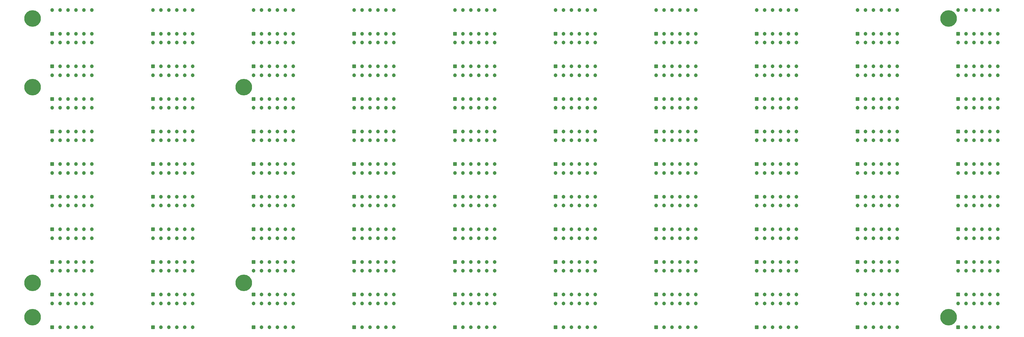
<source format=gbr>
%TF.GenerationSoftware,KiCad,Pcbnew,9.0.3*%
%TF.CreationDate,2025-08-19T04:26:06+03:00*%
%TF.ProjectId,wtf_clock,7774665f-636c-46f6-936b-2e6b69636164,rev?*%
%TF.SameCoordinates,Original*%
%TF.FileFunction,Soldermask,Top*%
%TF.FilePolarity,Negative*%
%FSLAX46Y46*%
G04 Gerber Fmt 4.6, Leading zero omitted, Abs format (unit mm)*
G04 Created by KiCad (PCBNEW 9.0.3) date 2025-08-19 04:26:06*
%MOMM*%
%LPD*%
G01*
G04 APERTURE LIST*
G04 Aperture macros list*
%AMRoundRect*
0 Rectangle with rounded corners*
0 $1 Rounding radius*
0 $2 $3 $4 $5 $6 $7 $8 $9 X,Y pos of 4 corners*
0 Add a 4 corners polygon primitive as box body*
4,1,4,$2,$3,$4,$5,$6,$7,$8,$9,$2,$3,0*
0 Add four circle primitives for the rounded corners*
1,1,$1+$1,$2,$3*
1,1,$1+$1,$4,$5*
1,1,$1+$1,$6,$7*
1,1,$1+$1,$8,$9*
0 Add four rect primitives between the rounded corners*
20,1,$1+$1,$2,$3,$4,$5,0*
20,1,$1+$1,$4,$5,$6,$7,0*
20,1,$1+$1,$6,$7,$8,$9,0*
20,1,$1+$1,$8,$9,$2,$3,0*%
G04 Aperture macros list end*
%ADD10RoundRect,0.250000X-0.350000X-0.350000X0.350000X-0.350000X0.350000X0.350000X-0.350000X0.350000X0*%
%ADD11C,1.200000*%
%ADD12C,5.300000*%
G04 APERTURE END LIST*
D10*
%TO.C,HL12*%
X267350000Y-114010000D03*
D11*
X269890000Y-114010000D03*
X272430000Y-114010000D03*
X274970000Y-114010000D03*
X277510000Y-114010000D03*
X280050000Y-114010000D03*
X280050000Y-106390000D03*
X277510000Y-106390000D03*
X274970000Y-106390000D03*
X272430000Y-106390000D03*
X269890000Y-106390000D03*
X267350000Y-106390000D03*
%TD*%
D10*
%TO.C,HL89*%
X235150000Y-187160000D03*
D11*
X237690000Y-187160000D03*
X240230000Y-187160000D03*
X242770000Y-187160000D03*
X245310000Y-187160000D03*
X247850000Y-187160000D03*
X247850000Y-179540000D03*
X245310000Y-179540000D03*
X242770000Y-179540000D03*
X240230000Y-179540000D03*
X237690000Y-179540000D03*
X235150000Y-179540000D03*
%TD*%
D10*
%TO.C,HL5*%
X170750000Y-103560000D03*
D11*
X173290000Y-103560000D03*
X175830000Y-103560000D03*
X178370000Y-103560000D03*
X180910000Y-103560000D03*
X183450000Y-103560000D03*
X183450000Y-95940000D03*
X180910000Y-95940000D03*
X178370000Y-95940000D03*
X175830000Y-95940000D03*
X173290000Y-95940000D03*
X170750000Y-95940000D03*
%TD*%
D10*
%TO.C,HL62*%
X396150000Y-176710000D03*
D11*
X398690000Y-176710000D03*
X401230000Y-176710000D03*
X403770000Y-176710000D03*
X406310000Y-176710000D03*
X408850000Y-176710000D03*
X408850000Y-169090000D03*
X406310000Y-169090000D03*
X403770000Y-169090000D03*
X401230000Y-169090000D03*
X398690000Y-169090000D03*
X396150000Y-169090000D03*
%TD*%
D10*
%TO.C,HL14*%
X299550000Y-114010000D03*
D11*
X302090000Y-114010000D03*
X304630000Y-114010000D03*
X307170000Y-114010000D03*
X309710000Y-114010000D03*
X312250000Y-114010000D03*
X312250000Y-106390000D03*
X309710000Y-106390000D03*
X307170000Y-106390000D03*
X304630000Y-106390000D03*
X302090000Y-106390000D03*
X299550000Y-106390000D03*
%TD*%
D10*
%TO.C,HL49*%
X235150000Y-145360000D03*
D11*
X237690000Y-145360000D03*
X240230000Y-145360000D03*
X242770000Y-145360000D03*
X245310000Y-145360000D03*
X247850000Y-145360000D03*
X247850000Y-137740000D03*
X245310000Y-137740000D03*
X242770000Y-137740000D03*
X240230000Y-137740000D03*
X237690000Y-137740000D03*
X235150000Y-137740000D03*
%TD*%
D10*
%TO.C,HL93*%
X299550000Y-187160000D03*
D11*
X302090000Y-187160000D03*
X304630000Y-187160000D03*
X307170000Y-187160000D03*
X309710000Y-187160000D03*
X312250000Y-187160000D03*
X312250000Y-179540000D03*
X309710000Y-179540000D03*
X307170000Y-179540000D03*
X304630000Y-179540000D03*
X302090000Y-179540000D03*
X299550000Y-179540000D03*
%TD*%
D10*
%TO.C,HL26*%
X331750000Y-134910000D03*
D11*
X334290000Y-134910000D03*
X336830000Y-134910000D03*
X339370000Y-134910000D03*
X341910000Y-134910000D03*
X344450000Y-134910000D03*
X344450000Y-127290000D03*
X341910000Y-127290000D03*
X339370000Y-127290000D03*
X336830000Y-127290000D03*
X334290000Y-127290000D03*
X331750000Y-127290000D03*
%TD*%
D10*
%TO.C,HL90*%
X235150000Y-197610000D03*
D11*
X237690000Y-197610000D03*
X240230000Y-197610000D03*
X242770000Y-197610000D03*
X245310000Y-197610000D03*
X247850000Y-197610000D03*
X247850000Y-189990000D03*
X245310000Y-189990000D03*
X242770000Y-189990000D03*
X240230000Y-189990000D03*
X237690000Y-189990000D03*
X235150000Y-189990000D03*
%TD*%
D10*
%TO.C,HL97*%
X363950000Y-187160000D03*
D11*
X366490000Y-187160000D03*
X369030000Y-187160000D03*
X371570000Y-187160000D03*
X374110000Y-187160000D03*
X376650000Y-187160000D03*
X376650000Y-179540000D03*
X374110000Y-179540000D03*
X371570000Y-179540000D03*
X369030000Y-179540000D03*
X366490000Y-179540000D03*
X363950000Y-179540000D03*
%TD*%
D10*
%TO.C,HL81*%
X106350000Y-187160000D03*
D11*
X108890000Y-187160000D03*
X111430000Y-187160000D03*
X113970000Y-187160000D03*
X116510000Y-187160000D03*
X119050000Y-187160000D03*
X119050000Y-179540000D03*
X116510000Y-179540000D03*
X113970000Y-179540000D03*
X111430000Y-179540000D03*
X108890000Y-179540000D03*
X106350000Y-179540000D03*
%TD*%
D10*
%TO.C,HL82*%
X106350000Y-197610000D03*
D11*
X108890000Y-197610000D03*
X111430000Y-197610000D03*
X113970000Y-197610000D03*
X116510000Y-197610000D03*
X119050000Y-197610000D03*
X119050000Y-189990000D03*
X116510000Y-189990000D03*
X113970000Y-189990000D03*
X111430000Y-189990000D03*
X108890000Y-189990000D03*
X106350000Y-189990000D03*
%TD*%
D10*
%TO.C,HL6*%
X170750000Y-114010000D03*
D11*
X173290000Y-114010000D03*
X175830000Y-114010000D03*
X178370000Y-114010000D03*
X180910000Y-114010000D03*
X183450000Y-114010000D03*
X183450000Y-106390000D03*
X180910000Y-106390000D03*
X178370000Y-106390000D03*
X175830000Y-106390000D03*
X173290000Y-106390000D03*
X170750000Y-106390000D03*
%TD*%
D10*
%TO.C,HL73*%
X202950000Y-166260000D03*
D11*
X205490000Y-166260000D03*
X208030000Y-166260000D03*
X210570000Y-166260000D03*
X213110000Y-166260000D03*
X215650000Y-166260000D03*
X215650000Y-158640000D03*
X213110000Y-158640000D03*
X210570000Y-158640000D03*
X208030000Y-158640000D03*
X205490000Y-158640000D03*
X202950000Y-158640000D03*
%TD*%
D10*
%TO.C,HL48*%
X202950000Y-155810000D03*
D11*
X205490000Y-155810000D03*
X208030000Y-155810000D03*
X210570000Y-155810000D03*
X213110000Y-155810000D03*
X215650000Y-155810000D03*
X215650000Y-148190000D03*
X213110000Y-148190000D03*
X210570000Y-148190000D03*
X208030000Y-148190000D03*
X205490000Y-148190000D03*
X202950000Y-148190000D03*
%TD*%
D10*
%TO.C,HL96*%
X331750000Y-197610000D03*
D11*
X334290000Y-197610000D03*
X336830000Y-197610000D03*
X339370000Y-197610000D03*
X341910000Y-197610000D03*
X344450000Y-197610000D03*
X344450000Y-189990000D03*
X341910000Y-189990000D03*
X339370000Y-189990000D03*
X336830000Y-189990000D03*
X334290000Y-189990000D03*
X331750000Y-189990000D03*
%TD*%
D10*
%TO.C,HL65*%
X331750000Y-166260000D03*
D11*
X334290000Y-166260000D03*
X336830000Y-166260000D03*
X339370000Y-166260000D03*
X341910000Y-166260000D03*
X344450000Y-166260000D03*
X344450000Y-158640000D03*
X341910000Y-158640000D03*
X339370000Y-158640000D03*
X336830000Y-158640000D03*
X334290000Y-158640000D03*
X331750000Y-158640000D03*
%TD*%
D10*
%TO.C,HL76*%
X170750000Y-176710000D03*
D11*
X173290000Y-176710000D03*
X175830000Y-176710000D03*
X178370000Y-176710000D03*
X180910000Y-176710000D03*
X183450000Y-176710000D03*
X183450000Y-169090000D03*
X180910000Y-169090000D03*
X178370000Y-169090000D03*
X175830000Y-169090000D03*
X173290000Y-169090000D03*
X170750000Y-169090000D03*
%TD*%
D10*
%TO.C,HL10*%
X235150000Y-114010000D03*
D11*
X237690000Y-114010000D03*
X240230000Y-114010000D03*
X242770000Y-114010000D03*
X245310000Y-114010000D03*
X247850000Y-114010000D03*
X247850000Y-106390000D03*
X245310000Y-106390000D03*
X242770000Y-106390000D03*
X240230000Y-106390000D03*
X237690000Y-106390000D03*
X235150000Y-106390000D03*
%TD*%
D10*
%TO.C,HL35*%
X170750000Y-124460000D03*
D11*
X173290000Y-124460000D03*
X175830000Y-124460000D03*
X178370000Y-124460000D03*
X180910000Y-124460000D03*
X183450000Y-124460000D03*
X183450000Y-116840000D03*
X180910000Y-116840000D03*
X178370000Y-116840000D03*
X175830000Y-116840000D03*
X173290000Y-116840000D03*
X170750000Y-116840000D03*
%TD*%
D10*
%TO.C,HL75*%
X170750000Y-166260000D03*
D11*
X173290000Y-166260000D03*
X175830000Y-166260000D03*
X178370000Y-166260000D03*
X180910000Y-166260000D03*
X183450000Y-166260000D03*
X183450000Y-158640000D03*
X180910000Y-158640000D03*
X178370000Y-158640000D03*
X175830000Y-158640000D03*
X173290000Y-158640000D03*
X170750000Y-158640000D03*
%TD*%
D10*
%TO.C,HL39*%
X106350000Y-124460000D03*
D11*
X108890000Y-124460000D03*
X111430000Y-124460000D03*
X113970000Y-124460000D03*
X116510000Y-124460000D03*
X119050000Y-124460000D03*
X119050000Y-116840000D03*
X116510000Y-116840000D03*
X113970000Y-116840000D03*
X111430000Y-116840000D03*
X108890000Y-116840000D03*
X106350000Y-116840000D03*
%TD*%
D12*
%TO.C,M7*%
X100100000Y-98650000D03*
%TD*%
D10*
%TO.C,HL69*%
X267350000Y-166260000D03*
D11*
X269890000Y-166260000D03*
X272430000Y-166260000D03*
X274970000Y-166260000D03*
X277510000Y-166260000D03*
X280050000Y-166260000D03*
X280050000Y-158640000D03*
X277510000Y-158640000D03*
X274970000Y-158640000D03*
X272430000Y-158640000D03*
X269890000Y-158640000D03*
X267350000Y-158640000D03*
%TD*%
D10*
%TO.C,HL23*%
X363950000Y-124460000D03*
D11*
X366490000Y-124460000D03*
X369030000Y-124460000D03*
X371570000Y-124460000D03*
X374110000Y-124460000D03*
X376650000Y-124460000D03*
X376650000Y-116840000D03*
X374110000Y-116840000D03*
X371570000Y-116840000D03*
X369030000Y-116840000D03*
X366490000Y-116840000D03*
X363950000Y-116840000D03*
%TD*%
D10*
%TO.C,HL99*%
X396150000Y-187160000D03*
D11*
X398690000Y-187160000D03*
X401230000Y-187160000D03*
X403770000Y-187160000D03*
X406310000Y-187160000D03*
X408850000Y-187160000D03*
X408850000Y-179540000D03*
X406310000Y-179540000D03*
X403770000Y-179540000D03*
X401230000Y-179540000D03*
X398690000Y-179540000D03*
X396150000Y-179540000D03*
%TD*%
D10*
%TO.C,HL22*%
X396150000Y-134910000D03*
D11*
X398690000Y-134910000D03*
X401230000Y-134910000D03*
X403770000Y-134910000D03*
X406310000Y-134910000D03*
X408850000Y-134910000D03*
X408850000Y-127290000D03*
X406310000Y-127290000D03*
X403770000Y-127290000D03*
X401230000Y-127290000D03*
X398690000Y-127290000D03*
X396150000Y-127290000D03*
%TD*%
D12*
%TO.C,M8*%
X393100000Y-98650000D03*
%TD*%
D10*
%TO.C,HL52*%
X267350000Y-155810000D03*
D11*
X269890000Y-155810000D03*
X272430000Y-155810000D03*
X274970000Y-155810000D03*
X277510000Y-155810000D03*
X280050000Y-155810000D03*
X280050000Y-148190000D03*
X277510000Y-148190000D03*
X274970000Y-148190000D03*
X272430000Y-148190000D03*
X269890000Y-148190000D03*
X267350000Y-148190000D03*
%TD*%
D10*
%TO.C,HL71*%
X235150000Y-166260000D03*
D11*
X237690000Y-166260000D03*
X240230000Y-166260000D03*
X242770000Y-166260000D03*
X245310000Y-166260000D03*
X247850000Y-166260000D03*
X247850000Y-158640000D03*
X245310000Y-158640000D03*
X242770000Y-158640000D03*
X240230000Y-158640000D03*
X237690000Y-158640000D03*
X235150000Y-158640000D03*
%TD*%
D10*
%TO.C,HL33*%
X202950000Y-124460000D03*
D11*
X205490000Y-124460000D03*
X208030000Y-124460000D03*
X210570000Y-124460000D03*
X213110000Y-124460000D03*
X215650000Y-124460000D03*
X215650000Y-116840000D03*
X213110000Y-116840000D03*
X210570000Y-116840000D03*
X208030000Y-116840000D03*
X205490000Y-116840000D03*
X202950000Y-116840000D03*
%TD*%
D10*
%TO.C,HL80*%
X106350000Y-176710000D03*
D11*
X108890000Y-176710000D03*
X111430000Y-176710000D03*
X113970000Y-176710000D03*
X116510000Y-176710000D03*
X119050000Y-176710000D03*
X119050000Y-169090000D03*
X116510000Y-169090000D03*
X113970000Y-169090000D03*
X111430000Y-169090000D03*
X108890000Y-169090000D03*
X106350000Y-169090000D03*
%TD*%
D10*
%TO.C,HL16*%
X331750000Y-114010000D03*
D11*
X334290000Y-114010000D03*
X336830000Y-114010000D03*
X339370000Y-114010000D03*
X341910000Y-114010000D03*
X344450000Y-114010000D03*
X344450000Y-106390000D03*
X341910000Y-106390000D03*
X339370000Y-106390000D03*
X336830000Y-106390000D03*
X334290000Y-106390000D03*
X331750000Y-106390000D03*
%TD*%
D10*
%TO.C,HL88*%
X202950000Y-197610000D03*
D11*
X205490000Y-197610000D03*
X208030000Y-197610000D03*
X210570000Y-197610000D03*
X213110000Y-197610000D03*
X215650000Y-197610000D03*
X215650000Y-189990000D03*
X213110000Y-189990000D03*
X210570000Y-189990000D03*
X208030000Y-189990000D03*
X205490000Y-189990000D03*
X202950000Y-189990000D03*
%TD*%
D10*
%TO.C,HL43*%
X138550000Y-145360000D03*
D11*
X141090000Y-145360000D03*
X143630000Y-145360000D03*
X146170000Y-145360000D03*
X148710000Y-145360000D03*
X151250000Y-145360000D03*
X151250000Y-137740000D03*
X148710000Y-137740000D03*
X146170000Y-137740000D03*
X143630000Y-137740000D03*
X141090000Y-137740000D03*
X138550000Y-137740000D03*
%TD*%
D10*
%TO.C,HL28*%
X299550000Y-134910000D03*
D11*
X302090000Y-134910000D03*
X304630000Y-134910000D03*
X307170000Y-134910000D03*
X309710000Y-134910000D03*
X312250000Y-134910000D03*
X312250000Y-127290000D03*
X309710000Y-127290000D03*
X307170000Y-127290000D03*
X304630000Y-127290000D03*
X302090000Y-127290000D03*
X299550000Y-127290000D03*
%TD*%
D12*
%TO.C,M2*%
X167600000Y-120650000D03*
%TD*%
D10*
%TO.C,HL18*%
X363950000Y-114010000D03*
D11*
X366490000Y-114010000D03*
X369030000Y-114010000D03*
X371570000Y-114010000D03*
X374110000Y-114010000D03*
X376650000Y-114010000D03*
X376650000Y-106390000D03*
X374110000Y-106390000D03*
X371570000Y-106390000D03*
X369030000Y-106390000D03*
X366490000Y-106390000D03*
X363950000Y-106390000D03*
%TD*%
D10*
%TO.C,HL4*%
X138550000Y-114010000D03*
D11*
X141090000Y-114010000D03*
X143630000Y-114010000D03*
X146170000Y-114010000D03*
X148710000Y-114010000D03*
X151250000Y-114010000D03*
X151250000Y-106390000D03*
X148710000Y-106390000D03*
X146170000Y-106390000D03*
X143630000Y-106390000D03*
X141090000Y-106390000D03*
X138550000Y-106390000D03*
%TD*%
D10*
%TO.C,HL59*%
X396150000Y-145360000D03*
D11*
X398690000Y-145360000D03*
X401230000Y-145360000D03*
X403770000Y-145360000D03*
X406310000Y-145360000D03*
X408850000Y-145360000D03*
X408850000Y-137740000D03*
X406310000Y-137740000D03*
X403770000Y-137740000D03*
X401230000Y-137740000D03*
X398690000Y-137740000D03*
X396150000Y-137740000D03*
%TD*%
D10*
%TO.C,HL44*%
X138550000Y-155810000D03*
D11*
X141090000Y-155810000D03*
X143630000Y-155810000D03*
X146170000Y-155810000D03*
X148710000Y-155810000D03*
X151250000Y-155810000D03*
X151250000Y-148190000D03*
X148710000Y-148190000D03*
X146170000Y-148190000D03*
X143630000Y-148190000D03*
X141090000Y-148190000D03*
X138550000Y-148190000D03*
%TD*%
D10*
%TO.C,HL83*%
X138550000Y-187160000D03*
D11*
X141090000Y-187160000D03*
X143630000Y-187160000D03*
X146170000Y-187160000D03*
X148710000Y-187160000D03*
X151250000Y-187160000D03*
X151250000Y-179540000D03*
X148710000Y-179540000D03*
X146170000Y-179540000D03*
X143630000Y-179540000D03*
X141090000Y-179540000D03*
X138550000Y-179540000D03*
%TD*%
D10*
%TO.C,HL70*%
X267350000Y-176710000D03*
D11*
X269890000Y-176710000D03*
X272430000Y-176710000D03*
X274970000Y-176710000D03*
X277510000Y-176710000D03*
X280050000Y-176710000D03*
X280050000Y-169090000D03*
X277510000Y-169090000D03*
X274970000Y-169090000D03*
X272430000Y-169090000D03*
X269890000Y-169090000D03*
X267350000Y-169090000D03*
%TD*%
D10*
%TO.C,HL31*%
X235150000Y-124460000D03*
D11*
X237690000Y-124460000D03*
X240230000Y-124460000D03*
X242770000Y-124460000D03*
X245310000Y-124460000D03*
X247850000Y-124460000D03*
X247850000Y-116840000D03*
X245310000Y-116840000D03*
X242770000Y-116840000D03*
X240230000Y-116840000D03*
X237690000Y-116840000D03*
X235150000Y-116840000D03*
%TD*%
D10*
%TO.C,HL61*%
X396150000Y-166260000D03*
D11*
X398690000Y-166260000D03*
X401230000Y-166260000D03*
X403770000Y-166260000D03*
X406310000Y-166260000D03*
X408850000Y-166260000D03*
X408850000Y-158640000D03*
X406310000Y-158640000D03*
X403770000Y-158640000D03*
X401230000Y-158640000D03*
X398690000Y-158640000D03*
X396150000Y-158640000D03*
%TD*%
D10*
%TO.C,HL79*%
X106350000Y-166260000D03*
D11*
X108890000Y-166260000D03*
X111430000Y-166260000D03*
X113970000Y-166260000D03*
X116510000Y-166260000D03*
X119050000Y-166260000D03*
X119050000Y-158640000D03*
X116510000Y-158640000D03*
X113970000Y-158640000D03*
X111430000Y-158640000D03*
X108890000Y-158640000D03*
X106350000Y-158640000D03*
%TD*%
D10*
%TO.C,HL85*%
X170750000Y-187160000D03*
D11*
X173290000Y-187160000D03*
X175830000Y-187160000D03*
X178370000Y-187160000D03*
X180910000Y-187160000D03*
X183450000Y-187160000D03*
X183450000Y-179540000D03*
X180910000Y-179540000D03*
X178370000Y-179540000D03*
X175830000Y-179540000D03*
X173290000Y-179540000D03*
X170750000Y-179540000D03*
%TD*%
D10*
%TO.C,HL98*%
X363950000Y-197610000D03*
D11*
X366490000Y-197610000D03*
X369030000Y-197610000D03*
X371570000Y-197610000D03*
X374110000Y-197610000D03*
X376650000Y-197610000D03*
X376650000Y-189990000D03*
X374110000Y-189990000D03*
X371570000Y-189990000D03*
X369030000Y-189990000D03*
X366490000Y-189990000D03*
X363950000Y-189990000D03*
%TD*%
D10*
%TO.C,HL58*%
X363950000Y-155810000D03*
D11*
X366490000Y-155810000D03*
X369030000Y-155810000D03*
X371570000Y-155810000D03*
X374110000Y-155810000D03*
X376650000Y-155810000D03*
X376650000Y-148190000D03*
X374110000Y-148190000D03*
X371570000Y-148190000D03*
X369030000Y-148190000D03*
X366490000Y-148190000D03*
X363950000Y-148190000D03*
%TD*%
D10*
%TO.C,HL57*%
X363950000Y-145360000D03*
D11*
X366490000Y-145360000D03*
X369030000Y-145360000D03*
X371570000Y-145360000D03*
X374110000Y-145360000D03*
X376650000Y-145360000D03*
X376650000Y-137740000D03*
X374110000Y-137740000D03*
X371570000Y-137740000D03*
X369030000Y-137740000D03*
X366490000Y-137740000D03*
X363950000Y-137740000D03*
%TD*%
D12*
%TO.C,M3*%
X100100000Y-183400000D03*
%TD*%
%TO.C,M1*%
X167600000Y-183400000D03*
%TD*%
D10*
%TO.C,HL50*%
X235150000Y-155810000D03*
D11*
X237690000Y-155810000D03*
X240230000Y-155810000D03*
X242770000Y-155810000D03*
X245310000Y-155810000D03*
X247850000Y-155810000D03*
X247850000Y-148190000D03*
X245310000Y-148190000D03*
X242770000Y-148190000D03*
X240230000Y-148190000D03*
X237690000Y-148190000D03*
X235150000Y-148190000D03*
%TD*%
D10*
%TO.C,HL25*%
X331750000Y-124460000D03*
D11*
X334290000Y-124460000D03*
X336830000Y-124460000D03*
X339370000Y-124460000D03*
X341910000Y-124460000D03*
X344450000Y-124460000D03*
X344450000Y-116840000D03*
X341910000Y-116840000D03*
X339370000Y-116840000D03*
X336830000Y-116840000D03*
X334290000Y-116840000D03*
X331750000Y-116840000D03*
%TD*%
D10*
%TO.C,HL1*%
X106350000Y-103560000D03*
D11*
X108890000Y-103560000D03*
X111430000Y-103560000D03*
X113970000Y-103560000D03*
X116510000Y-103560000D03*
X119050000Y-103560000D03*
X119050000Y-95940000D03*
X116510000Y-95940000D03*
X113970000Y-95940000D03*
X111430000Y-95940000D03*
X108890000Y-95940000D03*
X106350000Y-95940000D03*
%TD*%
D12*
%TO.C,M6*%
X393100000Y-194400000D03*
%TD*%
D10*
%TO.C,HL8*%
X202950000Y-114010000D03*
D11*
X205490000Y-114010000D03*
X208030000Y-114010000D03*
X210570000Y-114010000D03*
X213110000Y-114010000D03*
X215650000Y-114010000D03*
X215650000Y-106390000D03*
X213110000Y-106390000D03*
X210570000Y-106390000D03*
X208030000Y-106390000D03*
X205490000Y-106390000D03*
X202950000Y-106390000D03*
%TD*%
D10*
%TO.C,HL46*%
X170750000Y-155810000D03*
D11*
X173290000Y-155810000D03*
X175830000Y-155810000D03*
X178370000Y-155810000D03*
X180910000Y-155810000D03*
X183450000Y-155810000D03*
X183450000Y-148190000D03*
X180910000Y-148190000D03*
X178370000Y-148190000D03*
X175830000Y-148190000D03*
X173290000Y-148190000D03*
X170750000Y-148190000D03*
%TD*%
D10*
%TO.C,HL42*%
X106350000Y-155810000D03*
D11*
X108890000Y-155810000D03*
X111430000Y-155810000D03*
X113970000Y-155810000D03*
X116510000Y-155810000D03*
X119050000Y-155810000D03*
X119050000Y-148190000D03*
X116510000Y-148190000D03*
X113970000Y-148190000D03*
X111430000Y-148190000D03*
X108890000Y-148190000D03*
X106350000Y-148190000D03*
%TD*%
D10*
%TO.C,HL38*%
X138550000Y-134910000D03*
D11*
X141090000Y-134910000D03*
X143630000Y-134910000D03*
X146170000Y-134910000D03*
X148710000Y-134910000D03*
X151250000Y-134910000D03*
X151250000Y-127290000D03*
X148710000Y-127290000D03*
X146170000Y-127290000D03*
X143630000Y-127290000D03*
X141090000Y-127290000D03*
X138550000Y-127290000D03*
%TD*%
D10*
%TO.C,HL13*%
X299550000Y-103560000D03*
D11*
X302090000Y-103560000D03*
X304630000Y-103560000D03*
X307170000Y-103560000D03*
X309710000Y-103560000D03*
X312250000Y-103560000D03*
X312250000Y-95940000D03*
X309710000Y-95940000D03*
X307170000Y-95940000D03*
X304630000Y-95940000D03*
X302090000Y-95940000D03*
X299550000Y-95940000D03*
%TD*%
D10*
%TO.C,HL74*%
X202950000Y-176710000D03*
D11*
X205490000Y-176710000D03*
X208030000Y-176710000D03*
X210570000Y-176710000D03*
X213110000Y-176710000D03*
X215650000Y-176710000D03*
X215650000Y-169090000D03*
X213110000Y-169090000D03*
X210570000Y-169090000D03*
X208030000Y-169090000D03*
X205490000Y-169090000D03*
X202950000Y-169090000D03*
%TD*%
D10*
%TO.C,HL94*%
X299550000Y-197610000D03*
D11*
X302090000Y-197610000D03*
X304630000Y-197610000D03*
X307170000Y-197610000D03*
X309710000Y-197610000D03*
X312250000Y-197610000D03*
X312250000Y-189990000D03*
X309710000Y-189990000D03*
X307170000Y-189990000D03*
X304630000Y-189990000D03*
X302090000Y-189990000D03*
X299550000Y-189990000D03*
%TD*%
D10*
%TO.C,HL27*%
X299550000Y-124460000D03*
D11*
X302090000Y-124460000D03*
X304630000Y-124460000D03*
X307170000Y-124460000D03*
X309710000Y-124460000D03*
X312250000Y-124460000D03*
X312250000Y-116840000D03*
X309710000Y-116840000D03*
X307170000Y-116840000D03*
X304630000Y-116840000D03*
X302090000Y-116840000D03*
X299550000Y-116840000D03*
%TD*%
D10*
%TO.C,HL40*%
X106350000Y-134910000D03*
D11*
X108890000Y-134910000D03*
X111430000Y-134910000D03*
X113970000Y-134910000D03*
X116510000Y-134910000D03*
X119050000Y-134910000D03*
X119050000Y-127290000D03*
X116510000Y-127290000D03*
X113970000Y-127290000D03*
X111430000Y-127290000D03*
X108890000Y-127290000D03*
X106350000Y-127290000D03*
%TD*%
D10*
%TO.C,HL91*%
X267350000Y-187160000D03*
D11*
X269890000Y-187160000D03*
X272430000Y-187160000D03*
X274970000Y-187160000D03*
X277510000Y-187160000D03*
X280050000Y-187160000D03*
X280050000Y-179540000D03*
X277510000Y-179540000D03*
X274970000Y-179540000D03*
X272430000Y-179540000D03*
X269890000Y-179540000D03*
X267350000Y-179540000D03*
%TD*%
D10*
%TO.C,HL86*%
X170750000Y-197610000D03*
D11*
X173290000Y-197610000D03*
X175830000Y-197610000D03*
X178370000Y-197610000D03*
X180910000Y-197610000D03*
X183450000Y-197610000D03*
X183450000Y-189990000D03*
X180910000Y-189990000D03*
X178370000Y-189990000D03*
X175830000Y-189990000D03*
X173290000Y-189990000D03*
X170750000Y-189990000D03*
%TD*%
D10*
%TO.C,HL68*%
X299550000Y-176710000D03*
D11*
X302090000Y-176710000D03*
X304630000Y-176710000D03*
X307170000Y-176710000D03*
X309710000Y-176710000D03*
X312250000Y-176710000D03*
X312250000Y-169090000D03*
X309710000Y-169090000D03*
X307170000Y-169090000D03*
X304630000Y-169090000D03*
X302090000Y-169090000D03*
X299550000Y-169090000D03*
%TD*%
D10*
%TO.C,HL63*%
X363950000Y-166260000D03*
D11*
X366490000Y-166260000D03*
X369030000Y-166260000D03*
X371570000Y-166260000D03*
X374110000Y-166260000D03*
X376650000Y-166260000D03*
X376650000Y-158640000D03*
X374110000Y-158640000D03*
X371570000Y-158640000D03*
X369030000Y-158640000D03*
X366490000Y-158640000D03*
X363950000Y-158640000D03*
%TD*%
D10*
%TO.C,HL72*%
X235150000Y-176710000D03*
D11*
X237690000Y-176710000D03*
X240230000Y-176710000D03*
X242770000Y-176710000D03*
X245310000Y-176710000D03*
X247850000Y-176710000D03*
X247850000Y-169090000D03*
X245310000Y-169090000D03*
X242770000Y-169090000D03*
X240230000Y-169090000D03*
X237690000Y-169090000D03*
X235150000Y-169090000D03*
%TD*%
D10*
%TO.C,HL56*%
X331750000Y-155810000D03*
D11*
X334290000Y-155810000D03*
X336830000Y-155810000D03*
X339370000Y-155810000D03*
X341910000Y-155810000D03*
X344450000Y-155810000D03*
X344450000Y-148190000D03*
X341910000Y-148190000D03*
X339370000Y-148190000D03*
X336830000Y-148190000D03*
X334290000Y-148190000D03*
X331750000Y-148190000D03*
%TD*%
D10*
%TO.C,HL19*%
X396150000Y-103560000D03*
D11*
X398690000Y-103560000D03*
X401230000Y-103560000D03*
X403770000Y-103560000D03*
X406310000Y-103560000D03*
X408850000Y-103560000D03*
X408850000Y-95940000D03*
X406310000Y-95940000D03*
X403770000Y-95940000D03*
X401230000Y-95940000D03*
X398690000Y-95940000D03*
X396150000Y-95940000D03*
%TD*%
D10*
%TO.C,HL11*%
X267350000Y-103560000D03*
D11*
X269890000Y-103560000D03*
X272430000Y-103560000D03*
X274970000Y-103560000D03*
X277510000Y-103560000D03*
X280050000Y-103560000D03*
X280050000Y-95940000D03*
X277510000Y-95940000D03*
X274970000Y-95940000D03*
X272430000Y-95940000D03*
X269890000Y-95940000D03*
X267350000Y-95940000D03*
%TD*%
D10*
%TO.C,HL15*%
X331750000Y-103560000D03*
D11*
X334290000Y-103560000D03*
X336830000Y-103560000D03*
X339370000Y-103560000D03*
X341910000Y-103560000D03*
X344450000Y-103560000D03*
X344450000Y-95940000D03*
X341910000Y-95940000D03*
X339370000Y-95940000D03*
X336830000Y-95940000D03*
X334290000Y-95940000D03*
X331750000Y-95940000D03*
%TD*%
D10*
%TO.C,HL2*%
X106350000Y-114010000D03*
D11*
X108890000Y-114010000D03*
X111430000Y-114010000D03*
X113970000Y-114010000D03*
X116510000Y-114010000D03*
X119050000Y-114010000D03*
X119050000Y-106390000D03*
X116510000Y-106390000D03*
X113970000Y-106390000D03*
X111430000Y-106390000D03*
X108890000Y-106390000D03*
X106350000Y-106390000D03*
%TD*%
D10*
%TO.C,HL32*%
X235150000Y-134910000D03*
D11*
X237690000Y-134910000D03*
X240230000Y-134910000D03*
X242770000Y-134910000D03*
X245310000Y-134910000D03*
X247850000Y-134910000D03*
X247850000Y-127290000D03*
X245310000Y-127290000D03*
X242770000Y-127290000D03*
X240230000Y-127290000D03*
X237690000Y-127290000D03*
X235150000Y-127290000D03*
%TD*%
D10*
%TO.C,HL37*%
X138550000Y-124460000D03*
D11*
X141090000Y-124460000D03*
X143630000Y-124460000D03*
X146170000Y-124460000D03*
X148710000Y-124460000D03*
X151250000Y-124460000D03*
X151250000Y-116840000D03*
X148710000Y-116840000D03*
X146170000Y-116840000D03*
X143630000Y-116840000D03*
X141090000Y-116840000D03*
X138550000Y-116840000D03*
%TD*%
D10*
%TO.C,HL17*%
X363950000Y-103560000D03*
D11*
X366490000Y-103560000D03*
X369030000Y-103560000D03*
X371570000Y-103560000D03*
X374110000Y-103560000D03*
X376650000Y-103560000D03*
X376650000Y-95940000D03*
X374110000Y-95940000D03*
X371570000Y-95940000D03*
X369030000Y-95940000D03*
X366490000Y-95940000D03*
X363950000Y-95940000D03*
%TD*%
D10*
%TO.C,HL92*%
X267350000Y-197610000D03*
D11*
X269890000Y-197610000D03*
X272430000Y-197610000D03*
X274970000Y-197610000D03*
X277510000Y-197610000D03*
X280050000Y-197610000D03*
X280050000Y-189990000D03*
X277510000Y-189990000D03*
X274970000Y-189990000D03*
X272430000Y-189990000D03*
X269890000Y-189990000D03*
X267350000Y-189990000D03*
%TD*%
D10*
%TO.C,HL51*%
X267350000Y-145360000D03*
D11*
X269890000Y-145360000D03*
X272430000Y-145360000D03*
X274970000Y-145360000D03*
X277510000Y-145360000D03*
X280050000Y-145360000D03*
X280050000Y-137740000D03*
X277510000Y-137740000D03*
X274970000Y-137740000D03*
X272430000Y-137740000D03*
X269890000Y-137740000D03*
X267350000Y-137740000D03*
%TD*%
D10*
%TO.C,HL53*%
X299550000Y-145360000D03*
D11*
X302090000Y-145360000D03*
X304630000Y-145360000D03*
X307170000Y-145360000D03*
X309710000Y-145360000D03*
X312250000Y-145360000D03*
X312250000Y-137740000D03*
X309710000Y-137740000D03*
X307170000Y-137740000D03*
X304630000Y-137740000D03*
X302090000Y-137740000D03*
X299550000Y-137740000D03*
%TD*%
D12*
%TO.C,M5*%
X100100000Y-194400000D03*
%TD*%
D10*
%TO.C,HL55*%
X331750000Y-145360000D03*
D11*
X334290000Y-145360000D03*
X336830000Y-145360000D03*
X339370000Y-145360000D03*
X341910000Y-145360000D03*
X344450000Y-145360000D03*
X344450000Y-137740000D03*
X341910000Y-137740000D03*
X339370000Y-137740000D03*
X336830000Y-137740000D03*
X334290000Y-137740000D03*
X331750000Y-137740000D03*
%TD*%
D10*
%TO.C,HL77*%
X138550000Y-166260000D03*
D11*
X141090000Y-166260000D03*
X143630000Y-166260000D03*
X146170000Y-166260000D03*
X148710000Y-166260000D03*
X151250000Y-166260000D03*
X151250000Y-158640000D03*
X148710000Y-158640000D03*
X146170000Y-158640000D03*
X143630000Y-158640000D03*
X141090000Y-158640000D03*
X138550000Y-158640000D03*
%TD*%
D10*
%TO.C,HL67*%
X299550000Y-166260000D03*
D11*
X302090000Y-166260000D03*
X304630000Y-166260000D03*
X307170000Y-166260000D03*
X309710000Y-166260000D03*
X312250000Y-166260000D03*
X312250000Y-158640000D03*
X309710000Y-158640000D03*
X307170000Y-158640000D03*
X304630000Y-158640000D03*
X302090000Y-158640000D03*
X299550000Y-158640000D03*
%TD*%
D10*
%TO.C,HL60*%
X396150000Y-155810000D03*
D11*
X398690000Y-155810000D03*
X401230000Y-155810000D03*
X403770000Y-155810000D03*
X406310000Y-155810000D03*
X408850000Y-155810000D03*
X408850000Y-148190000D03*
X406310000Y-148190000D03*
X403770000Y-148190000D03*
X401230000Y-148190000D03*
X398690000Y-148190000D03*
X396150000Y-148190000D03*
%TD*%
D10*
%TO.C,HL9*%
X235150000Y-103560000D03*
D11*
X237690000Y-103560000D03*
X240230000Y-103560000D03*
X242770000Y-103560000D03*
X245310000Y-103560000D03*
X247850000Y-103560000D03*
X247850000Y-95940000D03*
X245310000Y-95940000D03*
X242770000Y-95940000D03*
X240230000Y-95940000D03*
X237690000Y-95940000D03*
X235150000Y-95940000D03*
%TD*%
D10*
%TO.C,HL47*%
X202950000Y-145360000D03*
D11*
X205490000Y-145360000D03*
X208030000Y-145360000D03*
X210570000Y-145360000D03*
X213110000Y-145360000D03*
X215650000Y-145360000D03*
X215650000Y-137740000D03*
X213110000Y-137740000D03*
X210570000Y-137740000D03*
X208030000Y-137740000D03*
X205490000Y-137740000D03*
X202950000Y-137740000D03*
%TD*%
D10*
%TO.C,HL24*%
X363950000Y-134910000D03*
D11*
X366490000Y-134910000D03*
X369030000Y-134910000D03*
X371570000Y-134910000D03*
X374110000Y-134910000D03*
X376650000Y-134910000D03*
X376650000Y-127290000D03*
X374110000Y-127290000D03*
X371570000Y-127290000D03*
X369030000Y-127290000D03*
X366490000Y-127290000D03*
X363950000Y-127290000D03*
%TD*%
D10*
%TO.C,HL36*%
X170750000Y-134910000D03*
D11*
X173290000Y-134910000D03*
X175830000Y-134910000D03*
X178370000Y-134910000D03*
X180910000Y-134910000D03*
X183450000Y-134910000D03*
X183450000Y-127290000D03*
X180910000Y-127290000D03*
X178370000Y-127290000D03*
X175830000Y-127290000D03*
X173290000Y-127290000D03*
X170750000Y-127290000D03*
%TD*%
D10*
%TO.C,HL87*%
X202950000Y-187160000D03*
D11*
X205490000Y-187160000D03*
X208030000Y-187160000D03*
X210570000Y-187160000D03*
X213110000Y-187160000D03*
X215650000Y-187160000D03*
X215650000Y-179540000D03*
X213110000Y-179540000D03*
X210570000Y-179540000D03*
X208030000Y-179540000D03*
X205490000Y-179540000D03*
X202950000Y-179540000D03*
%TD*%
D10*
%TO.C,HL29*%
X267350000Y-124460000D03*
D11*
X269890000Y-124460000D03*
X272430000Y-124460000D03*
X274970000Y-124460000D03*
X277510000Y-124460000D03*
X280050000Y-124460000D03*
X280050000Y-116840000D03*
X277510000Y-116840000D03*
X274970000Y-116840000D03*
X272430000Y-116840000D03*
X269890000Y-116840000D03*
X267350000Y-116840000D03*
%TD*%
D10*
%TO.C,HL30*%
X267350000Y-134910000D03*
D11*
X269890000Y-134910000D03*
X272430000Y-134910000D03*
X274970000Y-134910000D03*
X277510000Y-134910000D03*
X280050000Y-134910000D03*
X280050000Y-127290000D03*
X277510000Y-127290000D03*
X274970000Y-127290000D03*
X272430000Y-127290000D03*
X269890000Y-127290000D03*
X267350000Y-127290000D03*
%TD*%
D10*
%TO.C,HL41*%
X106350000Y-145360000D03*
D11*
X108890000Y-145360000D03*
X111430000Y-145360000D03*
X113970000Y-145360000D03*
X116510000Y-145360000D03*
X119050000Y-145360000D03*
X119050000Y-137740000D03*
X116510000Y-137740000D03*
X113970000Y-137740000D03*
X111430000Y-137740000D03*
X108890000Y-137740000D03*
X106350000Y-137740000D03*
%TD*%
D10*
%TO.C,HL100*%
X396150000Y-197610000D03*
D11*
X398690000Y-197610000D03*
X401230000Y-197610000D03*
X403770000Y-197610000D03*
X406310000Y-197610000D03*
X408850000Y-197610000D03*
X408850000Y-189990000D03*
X406310000Y-189990000D03*
X403770000Y-189990000D03*
X401230000Y-189990000D03*
X398690000Y-189990000D03*
X396150000Y-189990000D03*
%TD*%
D10*
%TO.C,HL20*%
X396150000Y-114010000D03*
D11*
X398690000Y-114010000D03*
X401230000Y-114010000D03*
X403770000Y-114010000D03*
X406310000Y-114010000D03*
X408850000Y-114010000D03*
X408850000Y-106390000D03*
X406310000Y-106390000D03*
X403770000Y-106390000D03*
X401230000Y-106390000D03*
X398690000Y-106390000D03*
X396150000Y-106390000D03*
%TD*%
D10*
%TO.C,HL34*%
X202950000Y-134910000D03*
D11*
X205490000Y-134910000D03*
X208030000Y-134910000D03*
X210570000Y-134910000D03*
X213110000Y-134910000D03*
X215650000Y-134910000D03*
X215650000Y-127290000D03*
X213110000Y-127290000D03*
X210570000Y-127290000D03*
X208030000Y-127290000D03*
X205490000Y-127290000D03*
X202950000Y-127290000D03*
%TD*%
D10*
%TO.C,HL66*%
X331750000Y-176710000D03*
D11*
X334290000Y-176710000D03*
X336830000Y-176710000D03*
X339370000Y-176710000D03*
X341910000Y-176710000D03*
X344450000Y-176710000D03*
X344450000Y-169090000D03*
X341910000Y-169090000D03*
X339370000Y-169090000D03*
X336830000Y-169090000D03*
X334290000Y-169090000D03*
X331750000Y-169090000D03*
%TD*%
D10*
%TO.C,HL3*%
X138550000Y-103560000D03*
D11*
X141090000Y-103560000D03*
X143630000Y-103560000D03*
X146170000Y-103560000D03*
X148710000Y-103560000D03*
X151250000Y-103560000D03*
X151250000Y-95940000D03*
X148710000Y-95940000D03*
X146170000Y-95940000D03*
X143630000Y-95940000D03*
X141090000Y-95940000D03*
X138550000Y-95940000D03*
%TD*%
D10*
%TO.C,HL64*%
X363950000Y-176710000D03*
D11*
X366490000Y-176710000D03*
X369030000Y-176710000D03*
X371570000Y-176710000D03*
X374110000Y-176710000D03*
X376650000Y-176710000D03*
X376650000Y-169090000D03*
X374110000Y-169090000D03*
X371570000Y-169090000D03*
X369030000Y-169090000D03*
X366490000Y-169090000D03*
X363950000Y-169090000D03*
%TD*%
D10*
%TO.C,HL45*%
X170750000Y-145360000D03*
D11*
X173290000Y-145360000D03*
X175830000Y-145360000D03*
X178370000Y-145360000D03*
X180910000Y-145360000D03*
X183450000Y-145360000D03*
X183450000Y-137740000D03*
X180910000Y-137740000D03*
X178370000Y-137740000D03*
X175830000Y-137740000D03*
X173290000Y-137740000D03*
X170750000Y-137740000D03*
%TD*%
D10*
%TO.C,HL21*%
X396150000Y-124460000D03*
D11*
X398690000Y-124460000D03*
X401230000Y-124460000D03*
X403770000Y-124460000D03*
X406310000Y-124460000D03*
X408850000Y-124460000D03*
X408850000Y-116840000D03*
X406310000Y-116840000D03*
X403770000Y-116840000D03*
X401230000Y-116840000D03*
X398690000Y-116840000D03*
X396150000Y-116840000D03*
%TD*%
D10*
%TO.C,HL95*%
X331750000Y-187160000D03*
D11*
X334290000Y-187160000D03*
X336830000Y-187160000D03*
X339370000Y-187160000D03*
X341910000Y-187160000D03*
X344450000Y-187160000D03*
X344450000Y-179540000D03*
X341910000Y-179540000D03*
X339370000Y-179540000D03*
X336830000Y-179540000D03*
X334290000Y-179540000D03*
X331750000Y-179540000D03*
%TD*%
D10*
%TO.C,HL78*%
X138550000Y-176710000D03*
D11*
X141090000Y-176710000D03*
X143630000Y-176710000D03*
X146170000Y-176710000D03*
X148710000Y-176710000D03*
X151250000Y-176710000D03*
X151250000Y-169090000D03*
X148710000Y-169090000D03*
X146170000Y-169090000D03*
X143630000Y-169090000D03*
X141090000Y-169090000D03*
X138550000Y-169090000D03*
%TD*%
D12*
%TO.C,M4*%
X100100000Y-120650000D03*
%TD*%
D10*
%TO.C,HL54*%
X299550000Y-155810000D03*
D11*
X302090000Y-155810000D03*
X304630000Y-155810000D03*
X307170000Y-155810000D03*
X309710000Y-155810000D03*
X312250000Y-155810000D03*
X312250000Y-148190000D03*
X309710000Y-148190000D03*
X307170000Y-148190000D03*
X304630000Y-148190000D03*
X302090000Y-148190000D03*
X299550000Y-148190000D03*
%TD*%
D10*
%TO.C,HL7*%
X202950000Y-103560000D03*
D11*
X205490000Y-103560000D03*
X208030000Y-103560000D03*
X210570000Y-103560000D03*
X213110000Y-103560000D03*
X215650000Y-103560000D03*
X215650000Y-95940000D03*
X213110000Y-95940000D03*
X210570000Y-95940000D03*
X208030000Y-95940000D03*
X205490000Y-95940000D03*
X202950000Y-95940000D03*
%TD*%
D10*
%TO.C,HL84*%
X138550000Y-197610000D03*
D11*
X141090000Y-197610000D03*
X143630000Y-197610000D03*
X146170000Y-197610000D03*
X148710000Y-197610000D03*
X151250000Y-197610000D03*
X151250000Y-189990000D03*
X148710000Y-189990000D03*
X146170000Y-189990000D03*
X143630000Y-189990000D03*
X141090000Y-189990000D03*
X138550000Y-189990000D03*
%TD*%
M02*

</source>
